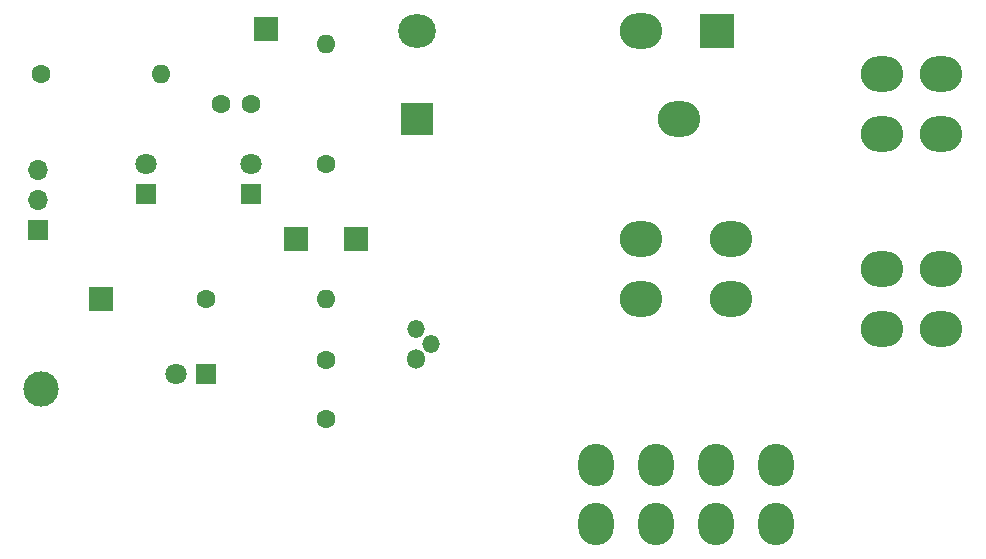
<source format=gbr>
%TF.GenerationSoftware,KiCad,Pcbnew,7.0.5-0*%
%TF.CreationDate,2024-01-28T18:46:13+01:00*%
%TF.ProjectId,controller,636f6e74-726f-46c6-9c65-722e6b696361,1.0.0*%
%TF.SameCoordinates,Original*%
%TF.FileFunction,Soldermask,Top*%
%TF.FilePolarity,Negative*%
%FSLAX46Y46*%
G04 Gerber Fmt 4.6, Leading zero omitted, Abs format (unit mm)*
G04 Created by KiCad (PCBNEW 7.0.5-0) date 2024-01-28 18:46:13*
%MOMM*%
%LPD*%
G01*
G04 APERTURE LIST*
%ADD10R,1.800000X1.800000*%
%ADD11C,1.800000*%
%ADD12R,2.000000X2.000000*%
%ADD13O,3.200000X2.800000*%
%ADD14R,2.800000X2.800000*%
%ADD15O,3.600000X3.000000*%
%ADD16R,3.000000X3.000000*%
%ADD17C,1.600000*%
%ADD18O,1.600000X1.600000*%
%ADD19C,3.000000*%
%ADD20O,3.000000X3.600000*%
%ADD21O,1.500000X1.700000*%
%ADD22O,1.500000X1.500000*%
%ADD23R,1.700000X1.700000*%
%ADD24O,1.700000X1.700000*%
G04 APERTURE END LIST*
D10*
%TO.C,D1*%
X133350000Y-83820000D03*
D11*
X133350000Y-81280000D03*
%TD*%
D12*
%TO.C,TP2*%
X120650000Y-92710000D03*
%TD*%
D10*
%TO.C,D3*%
X124460000Y-83820000D03*
D11*
X124460000Y-81280000D03*
%TD*%
D10*
%TO.C,D2*%
X129540000Y-99060000D03*
D11*
X127000000Y-99060000D03*
%TD*%
D13*
%TO.C,RY1*%
X147370000Y-69970000D03*
D14*
X147370000Y-77470000D03*
D15*
X169570000Y-77470000D03*
X166370000Y-69970000D03*
D16*
X172770000Y-69970000D03*
%TD*%
D17*
%TO.C,R3*%
X115570000Y-73660000D03*
D18*
X125730000Y-73660000D03*
%TD*%
D15*
%TO.C,J4*%
X191730000Y-78740000D03*
X186730000Y-78740000D03*
X191730000Y-73660000D03*
X186730000Y-73660000D03*
%TD*%
D17*
%TO.C,R2*%
X139700000Y-81280000D03*
D18*
X139700000Y-71120000D03*
%TD*%
D12*
%TO.C,TP5*%
X137160000Y-87630000D03*
%TD*%
D15*
%TO.C,CB1*%
X166370000Y-87630000D03*
X166370000Y-92710000D03*
X173990000Y-87630000D03*
X173990000Y-92710000D03*
%TD*%
D19*
%TO.C,TP1*%
X115570000Y-100330000D03*
%TD*%
D12*
%TO.C,TP4*%
X142240000Y-87630000D03*
%TD*%
%TO.C,TP3*%
X134620000Y-69850000D03*
%TD*%
D17*
%TO.C,R1*%
X129540000Y-92710000D03*
D18*
X139700000Y-92710000D03*
%TD*%
D17*
%TO.C,C3*%
X133310000Y-76200000D03*
X130810000Y-76200000D03*
%TD*%
D20*
%TO.C,J5*%
X162560000Y-111760000D03*
X162560000Y-106760000D03*
X167640000Y-111760000D03*
X167640000Y-106760000D03*
X172720000Y-111760000D03*
X172720000Y-106760000D03*
X177800000Y-111760000D03*
X177800000Y-106760000D03*
%TD*%
D17*
%TO.C,C1*%
X139700000Y-97870000D03*
X139700000Y-102870000D03*
%TD*%
D21*
%TO.C,Q1*%
X147320000Y-97790000D03*
D22*
X148590000Y-96520000D03*
X147320000Y-95250000D03*
%TD*%
D15*
%TO.C,J3*%
X191770000Y-95250000D03*
X186770000Y-95250000D03*
X191770000Y-90170000D03*
X186770000Y-90170000D03*
%TD*%
D23*
%TO.C,J2*%
X115316000Y-86868000D03*
D24*
X115316000Y-84328000D03*
X115316000Y-81788000D03*
%TD*%
M02*

</source>
